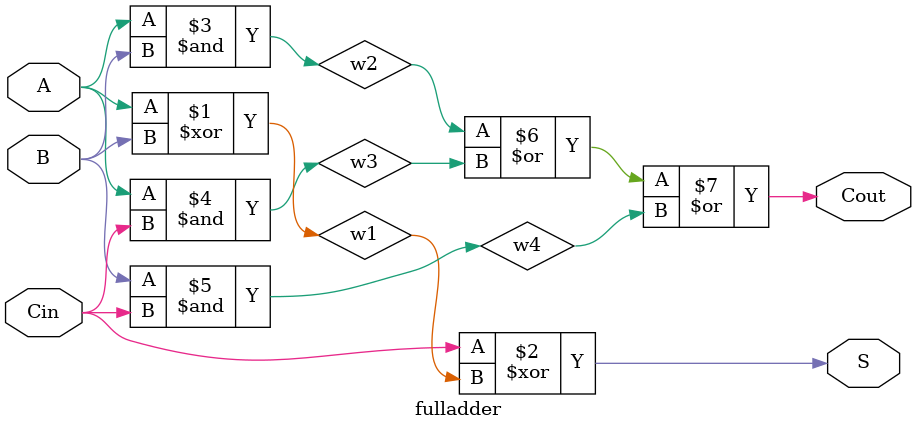
<source format=v>
module fulladder(S, Cout, A, B, Cin);
   output S;
   output Cout;
   input  A;
   input  B;
   input  Cin;
     wire   w1,w2,w3,w4;
     xor(w1, A, B);
   xor(S, Cin, w1);
   and(w2, A, B);  
   and(w3, A, Cin);
   and(w4, B, Cin);  
   or(Cout, w2, w3, w4);
endmodule
</source>
